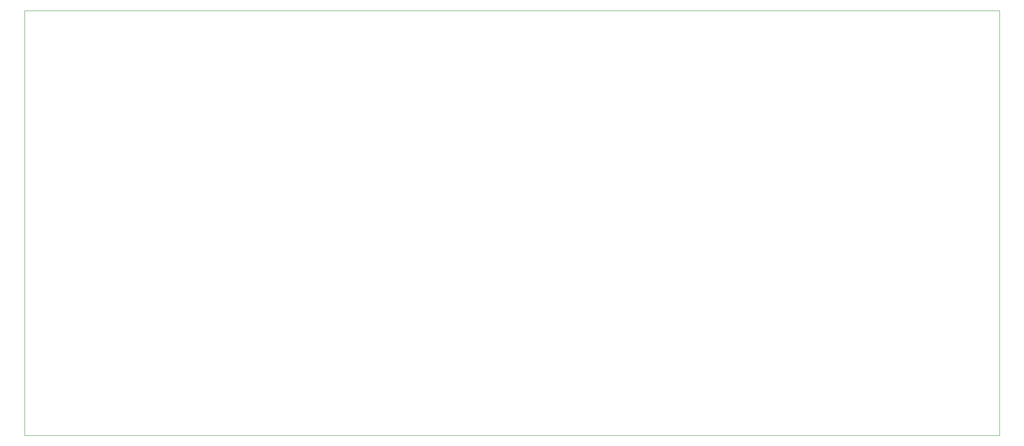
<source format=gbr>
%TF.GenerationSoftware,KiCad,Pcbnew,(5.1.6-0-10_14)*%
%TF.CreationDate,2020-06-01T17:05:25+10:00*%
%TF.ProjectId,Alarm_board_v_1_0,416c6172-6d5f-4626-9f61-72645f765f31,rev?*%
%TF.SameCoordinates,Original*%
%TF.FileFunction,Profile,NP*%
%FSLAX46Y46*%
G04 Gerber Fmt 4.6, Leading zero omitted, Abs format (unit mm)*
G04 Created by KiCad (PCBNEW (5.1.6-0-10_14)) date 2020-06-01 17:05:25*
%MOMM*%
%LPD*%
G01*
G04 APERTURE LIST*
%TA.AperFunction,Profile*%
%ADD10C,0.050000*%
%TD*%
G04 APERTURE END LIST*
D10*
X40000000Y-158000000D02*
X40000000Y-70000000D01*
X242000000Y-158000000D02*
X40000000Y-158000000D01*
X242000000Y-70000000D02*
X242000000Y-158000000D01*
X40000000Y-70000000D02*
X242000000Y-70000000D01*
M02*

</source>
